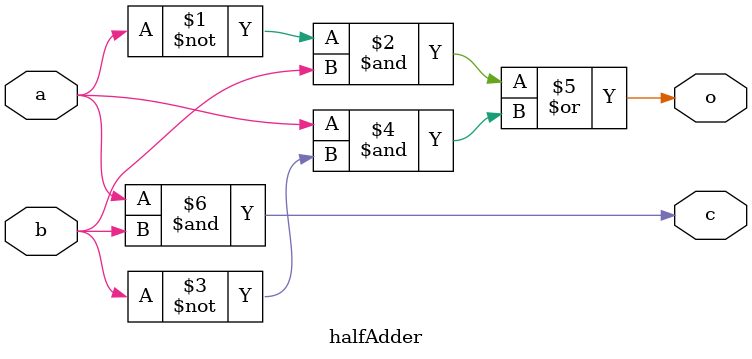
<source format=v>
module halfAdder
(
input a,
input b,
output o,
output c
);

assign o = (~a)&b | a&(~b) ;
assign c = a&b ;

endmodule


</source>
